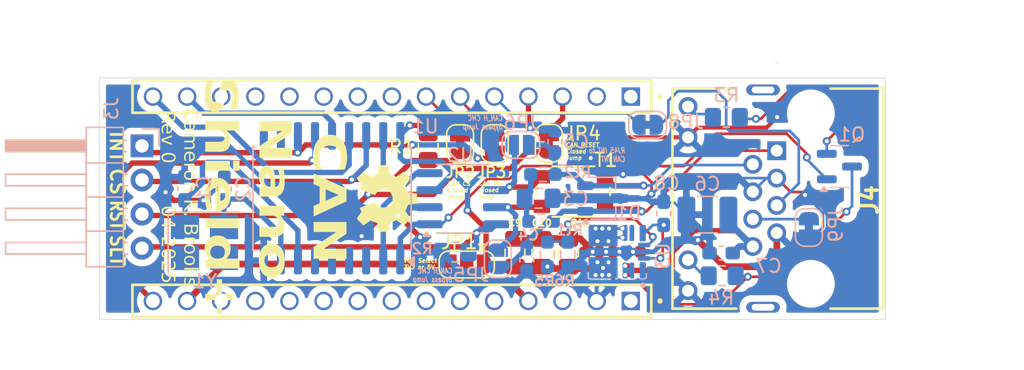
<source format=kicad_pcb>
(kicad_pcb (version 20241229) (generator "pcbnew") (generator_version "9.0")
  (layers (0 "F.Cu" signal) (4 "In1.Cu" signal) (6 "In2.Cu" signal) (2 "B.Cu" signal) (13 "F.Paste" user) (15 "B.Paste" user) (5 "F.SilkS" user "F.Silkscreen") (7 "B.SilkS" user "B.Silkscreen") (1 "F.Mask" user) (3 "B.Mask" user) (25 "Edge.Cuts" user))
  (net 0 "")
  (net 1 "/A0")
  (net 2 "/A2")
  (net 3 "/A4")
  (net 4 "/A3")
  (net 5 "/D6")
  (net 6 "/RST1")
  (net 7 "+3V3")
  (net 8 "/A5")
  (net 9 "Net-(C3-Pad1)")
  (net 10 "/D10")
  (net 11 "/D0")
  (net 12 "/A6")
  (net 13 "/D9")
  (net 14 "/D8")
  (net 15 "/D5")
  (net 16 "GND")
  (net 17 "/A7")
  (net 18 "/RST2")
  (net 19 "/D7")
  (net 20 "/AREF")
  (net 21 "/A1")
  (net 22 "+5V")
  (net 23 "/D1")
  (net 24 "/ESTOP")
  (net 31 "/CAN_CS_DEFAULT")
  (net 32 "/CAN_INT_DEFAULT")
  (net 33 "/CAN_H")
  (net 34 "/CAN_L")
  (net 35 "/OSC2")
  (net 36 "/OSC1")
  (net 37 "/SILENT")
  (net 38 "/CAN_CS")
  (net 39 "/~{CAN_INT}")
  (net 40 "/CAN_RESET")
  (net 41 "/CAN_RX")
  (net 42 "/MISO")
  (net 43 "/SCK")
  (net 44 "/MOSI")
  (net 45 "/CAN_TX")
  (net 46 "/CAN_H_IN")
  (net 47 "/CAN_L_IN")
  (net 49 "/CAN_SHLD")
  (net 50 "/CAN_ESTOP")
  (net 51 "/LED_TX")
  (net 52 "/CAN_V+")
  (net 53 "/LED_PWR")
  (net 54 "Net-(Q1-S)")
  (net 55 "VCC")
  (net 56 "Net-(U3-FB)")
  (net 57 "Net-(U3-SW-Pad5)")
  (net 60 "Net-(U3-RT)")
  (footprint "SparkFun-Aesthetic:OSHW_Logo_5mm" (layer "F.Cu") (at 133 92.3 -90)
    (property "Reference" "Ref**" (hide yes))
    (property "Value" "Val**" (hide yes))
  )
  (footprint "Capacitor_SMD:C_0805_2012Metric_Pad1.18x1.45mm_HandSolder" (layer "F.Cu") (at 142.78 96.33 90)
    (property "Reference" "C9")
    (property "Value" "22u X5R")
  )
  (footprint "Jumper:SolderJumper-3_P1.3mm_Open_RoundedPad1.0x1.5mm" (layer "F.Cu") (at 139.19 97.2125 180)
    (property "Reference" "JP1")
    (property "Value" "VCC_SEL")
  )
  (footprint "Jumper:SolderJumper-2_P1.3mm_Bridged_RoundedPad1.0x1.5mm" (layer "F.Cu") (at 138.7 88.2 -90)
    (property "Reference" "JP2")
    (property "Value" "SolderJumper_2_Bridged" (hide yes))
  )
  (footprint "Jumper:SolderJumper-2_P1.3mm_Bridged_RoundedPad1.0x1.5mm" (layer "F.Cu") (at 141.275 88.2 -90)
    (property "Reference" "JP3")
    (property "Value" "SolderJumper_2_Bridged" (hide yes))
  )
  (footprint "kml-custom:25015504-RJ45" (layer "F.Cu") (at 162.26 88.73 90)
    (property "Reference" "J4")
    (property "Value" "8P8C_LED_Shielded" (hide yes))
  )
  (footprint "kml-custom:SAMTEC_SSQ-115-03-T-S" (layer "F.Cu") (at 133.62 99.93 180)
    (property "Reference" "J2" (hide yes))
    (property "Value" "SSQ-115-03-T-S")
  )
  (footprint "Resistor_SMD:R_0805_2012Metric_Pad1.20x1.40mm_HandSolder" (layer "F.Cu") (at 136.325 88.425 -90)
    (property "Reference" "R1")
    (property "Value" "10k")
  )
  (footprint "Capacitor_SMD:C_0805_2012Metric_Pad1.18x1.45mm_HandSolder" (layer "F.Cu") (at 146.76 96.34 90)
    (property "Reference" "C11")
    (property "Value" "22u X5R")
  )
  (footprint "Jumper:SolderJumper-2_P1.3mm_Bridged_RoundedPad1.0x1.5mm" (layer "F.Cu") (at 145.3 88.175 -90)
    (property "Reference" "JP4")
    (property "Value" "SolderJumper_2_Bridged" (hide yes))
  )
  (footprint "Capacitor_SMD:C_0805_2012Metric_Pad1.18x1.45mm_HandSolder" (layer "F.Cu") (at 144.78 96.34 90)
    (property "Reference" "C10")
    (property "Value" "22u X5R")
  )
  (footprint "kml-custom:SMT_13N002_TDK" (layer "F.Cu") (at 147.1305 91.775)
    (property "Reference" "T1")
    (property "Value" "B82789C0113N002")
  )
  (footprint "kml-custom:SAMTEC_SSQ-115-03-T-S" (layer "F.Cu") (at 133.625 84.7 180)
    (property "Reference" "J1" (hide yes))
    (property "Value" "SSQ-115-03-T-S")
  )
  (footprint "Package_TO_SOT_SMD:SOT-23" (layer "B.Cu") (at 166.925 89.9125)
    (property "Reference" "Q1")
    (property "Value" "AO3401A")
  )
  (footprint "Capacitor_SMD:C_1210_3225Metric_Pad1.33x2.70mm_HandSolder" (layer "B.Cu") (at 157.1 93.5 180)
    (property "Reference" "C6")
    (property "Value" "4.7u X7R")
  )
  (footprint "Crystal:Crystal_SMD_3225-4Pin_3.2x2.5mm_HandSoldering" (layer "B.Cu") (at 119.675 95.575)
    (property "Reference" "Y1")
    (property "Value" "16MHz 9pF")
  )
  (footprint "Capacitor_SMD:C_0603_1608Metric_Pad1.08x0.95mm_HandSolder" (layer "B.Cu") (at 158.125 96.36 180)
    (property "Reference" "C7")
    (property "Value" "100n X7R")
  )
  (footprint "Jumper:SolderJumper-2_P1.3mm_Open_RoundedPad1.0x1.5mm" (layer "B.Cu") (at 143.225 88.3)
    (property "Reference" "JP6")
    (property "Value" "SolderJumper_2_Open" (hide yes))
  )
  (footprint "Resistor_SMD:R_0805_2012Metric_Pad1.20x1.40mm_HandSolder" (layer "B.Cu") (at 158.2 98.05 180)
    (property "Reference" "R4")
    (property "Value" "510R")
  )
  (footprint "Capacitor_SMD:C_0603_1608Metric_Pad1.08x0.95mm_HandSolder" (layer "B.Cu") (at 153.85 93.4 90)
    (property "Reference" "C8")
    (property "Value" "1u X7R")
  )
  (footprint "Jumper:SolderJumper-2_P1.3mm_Bridged_RoundedPad1.0x1.5mm" (layer "B.Cu") (at 152.65 86.8)
    (property "Reference" "JP8")
    (property "Value" "SolderJumper_2_Bridged")
  )
  (footprint "Capacitor_SMD:C_0603_1608Metric_Pad1.08x0.95mm_HandSolder" (layer "B.Cu") (at 143.66 96.86 90)
    (property "Reference" "C4")
    (property "Value" "100p")
  )
  (footprint "Jumper:SolderJumper-2_P1.3mm_Bridged_RoundedPad1.0x1.5mm" (layer "B.Cu") (at 164.65 94.45 90)
    (property "Reference" "JP9")
    (property "Value" "SolderJumper_2_Bridged")
  )
  (footprint "Capacitor_SMD:C_0603_1608Metric_Pad1.08x0.95mm_HandSolder" (layer "B.Cu") (at 121.15 91.575 90)
    (property "Reference" "C2")
    (property "Value" "15p")
  )
  (footprint "Resistor_SMD:R_0603_1608Metric_Pad0.98x0.95mm_HandSolder" (layer "B.Cu") (at 144.8625 90.5)
    (property "Reference" "Rt2")
    (property "Value" "60")
  )
  (footprint "Resistor_SMD:R_0805_2012Metric_Pad1.20x1.40mm_HandSolder" (layer "B.Cu") (at 158.51 86.24 180)
    (property "Reference" "R3")
    (property "Value" "510R")
  )
  (footprint "Jumper:SolderJumper-2_P1.3mm_Open_RoundedPad1.0x1.5mm" (layer "B.Cu") (at 141.51 96.79 -90)
    (property "Reference" "JP5")
    (property "Value" "SolderJumper_2_Open")
  )
  (footprint "Resistor_SMD:R_0603_1608Metric_Pad0.98x0.95mm_HandSolder" (layer "B.Cu") (at 146.71 96.46 -90)
    (property "Reference" "R6")
    (property "Value" "10k")
  )
  (footprint "Package_TO_SOT_SMD:TSOT-23" (layer "B.Cu") (at 149.325 92.2925)
    (property "Reference" "D1")
    (property "Value" "PESD2CANFD24LT-Q")
  )
  (footprint "Capacitor_SMD:C_0603_1608Metric_Pad1.08x0.95mm_HandSolder" (layer "B.Cu") (at 118.2 91.5625 90)
    (property "Reference" "C1")
    (property "Value" "15p")
  )
  (footprint "Package_SO:SOIC-8_3.9x4.9mm_P1.27mm" (layer "B.Cu") (at 138.9 92.31)
    (property "Reference" "U2")
    (property "Value" "TJA1051T-3")
  )
  (footprint "kml-custom:CONV_TLVM23615RDNR" (layer "B.Cu") (at 150.33 96.26 90)
    (property "Reference" "U3")
    (property "Value" "TPSM33625RDNR")
  )
  (footprint "Resistor_SMD:R_0805_2012Metric_Pad1.20x1.40mm_HandSolder" (layer "B.Cu") (at 138.32 96.29 180)
    (property "Reference" "R2")
    (property "Value" "10k")
  )
  (footprint "Connector_PinHeader_2.54mm:PinHeader_1x04_P2.54mm_Horizontal" (layer "B.Cu") (at 115.025 88.375 180)
    (property "Reference" "J3")
    (property "Value" "Conn_01x04_Pin" (hide yes))
  )
  (footprint "Resistor_SMD:R_0603_1608Metric_Pad0.98x0.95mm_HandSolder" (layer "B.Cu") (at 145.19 96.4525 90)
    (property "Reference" "R5")
    (property "Value" "Rfbt")
  )
  (footprint "Capacitor_SMD:C_0805_2012Metric_Pad1.18x1.45mm_HandSolder" (layer "B.Cu") (at 144.5375 92.275)
    (property "Reference" "C3")
    (property "Value" "4.7n")
  )
  (footprint "Resistor_SMD:R_0603_1608Metric_Pad0.98x0.95mm_HandSolder" (layer "B.Cu") (at 144.725 94 180)
    (property "Reference" "Rt1")
    (property "Value" "60")
  )
  (footprint "Package_SO:SOIC-18W_7.5x11.6mm_P1.27mm" (layer "B.Cu") (at 129.17 92.275 90)
    (property "Reference" "U1")
    (property "Value" "MCP2515-xSO")
  )
  (footprint "Capacitor_SMD:C_0603_1608Metric_Pad1.08x0.95mm_HandSolder" (layer "B.Cu") (at 145.75 88.0625 90)
    (property "Reference" "C5")
    (property "Value" "100p")
  )
  (gr_rect (start 111.85 83.3) (end 170.35 101.3) (stroke (width 0.05)) (fill no) (layer "Edge.Cuts"))
  (gr_text "Cameron K. Brooks\nRev 0       04-2025" (at 116.325 92.2 270) (layer "F.SilkS") (effects (font (size 1 1) (thickness 0.125) (italic yes)) (justify bottom)))
  (gr_text "CS" (at 112.6 89.925 270) (layer "F.SilkS") (effects (font (size 1 1) (thickness 0.2) (bold yes)) (justify left bottom)))
  (gr_text "CAN INT\nClosed \nJump" (at 140.01 92.32 0) (layer "F.SilkS") (effects (font (size 0.3 0.3) (thickness 0.075) (bold yes) (italic yes)) (justify left bottom)))
  (gr_text "VCC Select\n3V3 or 5V" (at 134.44 97.58 0) (layer "F.SilkS") (effects (font (size 0.3 0.3) (thickness 0.075) (bold yes) (italic yes)) (justify left bottom)))
  (gr_text "INT" (at 112.575 87.15 270) (layer "F.SilkS") (effects (font (size 1 1) (thickness 0.2) (bold yes)) (justify left bottom)))
  (gr_text "CAN\nNano\nShield+" (at 119.325 92.25 270) (layer "F.SilkS") (effects (font (size 2.4 3) (thickness 0.2) (bold yes)) (justify bottom)))
  (gr_text "RST" (at 112.6 92.315 270) (layer "F.SilkS") (effects (font (size 1 0.8) (thickness 0.2) (bold yes)) (justify left bottom)))
  (gr_text "SLT" (at 112.6 94.9 270) (layer "F.SilkS") (effects (font (size 1 0.9) (thickness 0.2) (bold yes)) (justify left bottom)))
  (gr_text "CAN RESET\nClosed \nJump" (at 146.52 89.44 0) (layer "F.SilkS") (effects (font (size 0.3 0.3) (thickness 0.075) (bold yes) (italic yes)) (justify left bottom)))
  (gr_text "CAN CS\nClosed \nJump" (at 137.73 92.33 0) (layer "F.SilkS") (effects (font (size 0.3 0.3) (thickness 0.075) (bold yes) (italic yes)) (justify left bottom)))
  (gr_text "RJ45 INT to \nCAN INT" (at 151.04 89.6 0) (layer "B.SilkS") (effects (font (size 0.4 0.3) (thickness 0.075) (bold yes) (italic yes)) (justify left bottom mirror)))
  (gr_text "CAN_H CMC \nBypass Jump" (at 141.93 87.18 0) (layer "B.SilkS") (effects (font (size 0.4 0.3) (thickness 0.075) (bold yes) (italic yes)) (justify left bottom mirror)))
  (gr_text "CAN_H CMC \nBypass Jump" (at 138.19 98.56 0) (layer "B.SilkS") (effects (font (size 0.4 0.3) (thickness 0.075) (bold yes) (italic yes)) (justify left bottom mirror)))
  (segment (start 146.325 84.69) (end 146.325 86.325) (width 0.4) (layer "F.Cu") (net 6))
  (segment (start 145.3 87.35) (end 145.3 87.525) (width 0.4) (layer "F.Cu") (net 6))
  (segment (start 146.325 86.325) (end 145.3 87.35) (width 0.4) (layer "F.Cu") (net 6))
  (segment (start 137.89 97.2125) (end 137.8525 97.175) (width 0.5) (layer "F.Cu") (net 7))
  (segment (start 121.135 97.175) (end 118.38 99.93) (width 0.5) (layer "F.Cu") (net 7))
  (segment (start 137.8525 97.175) (end 121.135 97.175) (width 0.5) (layer "F.Cu") (net 7))
  (segment (start 143.65 92.425) (end 143.5 92.275) (width 0.4) (layer "B.Cu") (net 9))
  (segment (start 144.125 90.325) (end 143.95 90.5) (width 0.4) (layer "B.Cu") (net 9))
  (segment (start 143.95 91.825) (end 143.5 92.275) (width 0.4) (layer "B.Cu") (net 9))
  (segment (start 143.8125 94) (end 143.65 93.8375) (width 0.4) (layer "B.Cu") (net 9))
  (segment (start 143.95 90.5) (end 143.95 91.825) (width 0.4) (layer "B.Cu") (net 9))
  (segment (start 143.65 93.8375) (end 143.65 92.425) (width 0.4) (layer "B.Cu") (net 9))
  (segment (start 149.9687 87.73) (end 148.42 89.2787) (width 0.3) (layer "F.Cu") (net 16))
  (segment (start 143.785 84.7) (end 143.785 86.910653) (width 0.4) (layer "F.Cu") (net 16))
  (segment (start 152.951 91.923355) (end 152.931303 91.943052) (width 0.2) (layer "F.Cu") (net 16))
  (segment (start 158.375 97.375) (end 161.125 97.375) (width 0.5) (layer "F.Cu") (net 16))
  (segment (start 163.3 91.81) (end 162.26 90.77) (width 0.2) (layer "F.Cu") (net 16))
  (segment (start 117.39 92.43) (end 116.78 91.82) (width 0.4) (layer "F.Cu") (net 16))
  (segment (start 150.825 90.4787) (end 152.348643 90.4787) (width 0.2) (layer "F.Cu") (net 16))
  (segment (start 161.509 87.011) (end 162.29 86.23) (width 0.3) (layer "F.Cu") (net 16))
  (segment (start 161.125 97.375) (end 162.26 96.24) (width 0.5) (layer "F.Cu") (net 16))
  (segment (start 147.625 95.275) (end 145.5375 95.275) (width 0.5) (layer "F.Cu") (net 16))
  (segment (start 155.66 87.73) (end 156.379 87.011) (width 0.3) (layer "F.Cu") (net 16))
  (segment (start 156.392831 95.392831) (end 158.375 97.375) (width 0.5) (layer "F.Cu") (net 16))
  (segment (start 156.379 87.011) (end 161.509 87.011) (width 0.3) (layer "F.Cu") (net 16))
  (segment (start 162.26 96.24) (end 162.26 94.85) (width 0.5) (layer "F.Cu") (net 16))
  (segment (start 148.56 96.26) (end 148.56 96.21) (width 0.5) (layer "F.Cu") (net 16))
  (segment (start 164.37 92.03) (end 164.15 91.81) (width 0.2) (layer "F.Cu") (net 16))
  (segment (start 164.15 91.81) (end 163.3 91.81) (width 0.2) (layer "F.Cu") (net 16))
  (segment (start 145.5375 95.275) (end 145.525 95.2625) (width 0.5) (layer "F.Cu") (net 16))
  (segment (start 152.348643 90.4787) (end 152.951 91.081057) (width 0.2) (layer "F.Cu") (net 16))
  (segment (start 148.56 96.21) (end 147.625 95.275) (width 0.5) (layer "F.Cu") (net 16))
  (segment (start 135.725 95.175) (end 134.125 93.575) (width 0.4) (layer "F.Cu") (net 16))
  (segment (start 155.66 87.73) (end 149.9687 87.73) (width 0.3) (layer "F.Cu") (net 16))
  (segment (start 152.951 91.081057) (end 152.951 91.923355) (width 0.2) (layer "F.Cu") (net 16))
  (segment (start 143.785 86.910653) (end 143.919347 87.045) (width 0.4) (layer "F.Cu") (net 16))
  (segment (start 132.9 93.575) (end 134.125 93.575) (width 0.4) (layer "F.Cu") (net 16))
  (segment (start 131.375 95.1) (end 132.9 93.575) (width 0.4) (layer "F.Cu") (net 16))
  (segment (start 145.525 95.2625) (end 142.81 95.2625) (width 0.5) (layer "F.Cu") (net 16))
  (segment (start 119.59 92.43) (end 117.39 92.43) (width 0.4) (layer "F.Cu") (net 16))
  (segment (start 142.81 95.2625) (end 142.78 95.2925) (width 0.5) (layer "F.Cu") (net 16))
  (via (at 131.375 95.1) (size 0.6) (drill 0.3) (layers "F.Cu" "B.Cu") (net 16))
  (via (at 135.725 95.175) (size 0.6) (drill 0.3) (layers "F.Cu" "B.Cu") (net 16))
  (via (at 143.919347 87.045) (size 0.6) (drill 0.3) (layers "F.Cu" "B.Cu") (net 16))
  (via (at 152.931303 91.943052) (size 0.6) (drill 0.3) (layers "F.Cu" "B.Cu") (net 16))
  (via (at 148.42 89.2787) (size 0.6) (drill 0.3) (layers "F.Cu" "B.Cu") (net 16))
  (via (at 119.59 92.43) (size 0.6) (drill 0.3) (layers "F.Cu" "B.Cu") (net 16))
  (via (at 150.825 90.4787) (size 0.6) (drill 0.3) (layers "F.Cu" "B.Cu") (net 16))
  (via (at 162.29 86.23) (size 0.6) (drill 0.3) (layers "F.Cu" "B.Cu") (net 16))
  (via (at 156.392831 95.392831) (size 0.6) (drill 0.3) (layers "F.Cu" "B.Cu") (net 16))
  (via (at 134.125 93.575) (size 0.6) (drill 0.3) (layers "F.Cu" "B.Cu") (net 16))
  (via (at 116.78 91.82) (size 0.6) (drill 0.3) (layers "F.Cu" "B.Cu") (net 16))
  (via (at 164.37 92.03) (size 0.6) (drill 0.3) (layers "F.Cu" "B.Cu") (net 16))
  (segment (start 157.2625 95.225) (end 155.5375 93.5) (width 0.4) (layer "B.Cu") (net 16))
  (segment (start 157.2625 96.36) (end 157.2625 95.225) (width 0.4) (layer "B.Cu") (net 16))
  (segment (start 144.3775 98.44) (end 143.66 97.7225) (width 0.5) (layer "B.Cu") (net 16))
  (segment (start 153.12 96.26) (end 154.03 95.35) (width 0.35) (layer "B.Cu") (net 16))
  (segment (start 145.6425 98.44) (end 144.3775 98.44) (width 0.5) (layer "B.Cu") (net 16))
  (segment (start 146.71 97.3725) (end 147.1175 97.3725) (width 0.5) (layer "B.Cu") (net 16))
  (segment (start 153.016923 91.943052) (end 154.189975 90.77) (width 0.2) (layer "B.Cu") (net 16))
  (segment (start 134.755 92.945) (end 134.125 93.575) (width 0.4) (layer "B.Cu") (net 16))
  (segment (start 154.03 95.35) (end 154.375 95.35) (width 0.35) (layer "B.Cu") (net 16))
  (segment (start 148.23 96.26) (end 148.56 96.26) (width 0.5) (layer "B.Cu") (net 16))
  (segment (start 152.56438 92.309975) (end 150.652475 92.309975) (width 0.4) (layer "B.Cu") (net 16))
  (segment (start 150.635 92.2925) (end 150.6425 92.3) (width 0.8) (layer "B.Cu") (net 16))
  (segment (start 155.16 98.66) (end 155.66 99.16) (width 0.3) (layer "B.Cu") (net 16))
  (segment (start 142.9325 98.45) (end 139.48 98.45) (width 0.5) (layer "B.Cu") (net 16))
  (segment (start 150.652475 92.309975) (end 150.635 92.2925) (width 0.4) (layer "B.Cu") (net 16))
  (segment (start 145.575 92.275) (end 146.925 92.275) (width 0.75) (layer "B.Cu") (net 16))
  (segment (start 164.65 95.099999) (end 165.032754 95.099999) (width 0.2) (layer "B.Cu") (net 16))
  (segment (start 154.189975 90.77) (end 162.26 90.77) (width 0.2) (layer "B.Cu") (net 16))
  (segment (start 165.706 93.366) (end 164.37 92.03) (width 0.2) (layer "B.Cu") (net 16))
  (segment (start 148.86 98.83) (end 149.03 98.66) (width 0.3) (layer "B.Cu") (net 16))
  (segment (start 146.925 92.275) (end 150.6175 92.275) (width 0.75) (layer "B.Cu") (net 16))
  (segment (start 152.63 96.26) (end 153.12 96.26) (width 0.35) (layer "B.Cu") (net 16))
  (segment (start 136.425 92.945) (end 134.755 92.945) (width 0.4) (layer "B.Cu") (net 16))
  (segment (start 160.48 91.79) (end 161.5 90.77) (width 0.2) (layer "B.Cu") (net 16))
  (segment (start 165.032754 95.099999) (end 165.706 94.426753) (width 0.2) (layer "B.Cu") (net 16))
  (segment (start 143.919347 87.045) (end 145.595 87.045) (width 0.4) (layer "B.Cu") (net 16))
  (segment (start 145.595 87.045) (end 145.75 87.2) (width 0.4) (layer "B.Cu") (net 16))
  (segment (start 152.62 96.25) (end 152.63 96.26) (width 0.2) (layer "B.Cu") (net 16))
  (segment (start 152.931303 91.943052) (end 153.016923 91.943052) (width 0.2) (layer "B.Cu") (net 16))
  (segment (start 154.375 95.35) (end 155.375 95.35) (width 0.5) (layer "B.Cu") (net 16))
  (segment (start 161.5 90.77) (end 162.26 90.77) (width 0.2) (layer "B.Cu") (net 16))
  (segment (start 143.66 97.7225) (end 142.9325 98.45) (width 0.5) (layer "B.Cu") (net 16))
  (segment (start 165.706 94.426753) (end 165.706 93.366) (width 0.2) (layer "B.Cu") (net 16))
  (segment (start 146.71 97.3725) (end 145.6425 98.44) (width 0.5) (layer "B.Cu") (net 16))
  (segment (start 121.15 90.7125) (end 121.15 90.87) (width 0.4) (layer "B.Cu") (net 16))
  (segment (start 121.15 90.87) (end 119.59 92.43) (width 0.4) (layer "B.Cu") (net 16))
  (segment (start 155.375 93.475) (end 155.375 95.35) (width 0.5) (layer "B.Cu") (net 16))
  (segment (start 139.48 98.45) (end 137.32 96.29) (width 0.5) (layer "B.Cu") (net 16))
  (segment (start 153.85 92.6) (end 154.6375 92.6) (width 0.2) (layer "B.Cu") (net 16))
  (segment (start 147.1175 97.3725) (end 148.23 96.26) (width 0.5) (layer "B.Cu") (net 16))
  (segment (start 155.31 88.08) (end 155.66 87.73) (width 0.3) (layer "B.Cu") (net 16))
  (segment (start 156.392831 95.392831) (end 156.35 95.35) (width 0.5) (layer "B.Cu") (net 16))
  (segment (start 149.03 98.66) (end 155.16 98.66) (width 0.3) (layer "B.Cu") (net 16))
  (segment (start 148.86 99.93) (end 148.86 98.83) (width 0.3) (layer "B.Cu") (net 16))
  (segment (start 156.35 95.35) (end 155.375 95.35) (width 0.5) (layer "B.Cu") (net 16))
  (segment (start 152.931303 91.943052) (end 152.56438 92.309975) (width 0.4) (layer "B.Cu") (net 16))
  (segment (start 154.6375 92.6) (end 155.5375 93.5) (width 0.2) (layer "B.Cu") (net 16))
  (segment (start 142.2685 98.4185) (end 142.275 98.425) (width 0.5) (layer "F.Cu") (net 22))
  (segment (start 139.19 97.857384) (end 139.751116 98.4185) (width 0.5) (layer "F.Cu") (net 22))
  (segment (start 139.19 97.2125) (end 139.19 97.857384) (width 0.5) (layer "F.Cu") (net 22))
  (segment (start 139.751116 98.4185) (end 142.2685 98.4185) (width 0.5) (layer "F.Cu") (net 22))
  (segment (start 142.275 98.425) (end 143.78 99.93) (width 0.5) (layer "F.Cu") (net 22))
  (segment (start 143.755 99.93) (end 143.785 99.93) (width 0.4) (layer "F.Cu") (net 22))
  (segment (start 141.275 84.72) (end 141.245 84.69) (width 0.4) (layer "F.Cu") (net 24))
  (segment (start 142.505 85.96) (end 141.245 84.7) (width 0.2) (layer "B.Cu") (net 24))
  (segment (start 152 86.8) (end 151.16 85.96) (width 0.2) (layer "B.Cu") (net 24))
  (segment (start 141.275 84.72) (end 141.245 84.69) (width 0.4) (layer "B.Cu") (net 24))
  (segment (start 151.16 85.96) (end 142.505 85.96) (width 0.2) (layer "B.Cu") (net 24))
  (segment (start 136.165 84.7) (end 138.7 87.235) (width 0.2) (layer "F.Cu") (net 31))
  (segment (start 138.7 87.55) (end 138.75 87.5) (width 0.4) (layer "F.Cu") (net 31))
  (segment (start 138.7 87.235) (end 138.7 87.55) (width 0.2) (layer "F.Cu") (net 31))
  (segment (start 141.245 87.27) (end 141.275 87.3) (width 0.4) (layer "F.Cu") (net 32))
  (segment (start 141.275 87.55) (end 138.705 84.98) (width 0.2) (layer "F.Cu") (net 32))
  (segment (start 138.75 84.735) (end 138.705 84.69) (width 0.4) (layer "F.Cu") (net 32))
  (segment (start 138.705 84.98) (end 138.705 84.7) (width 0.2) (layer "F.Cu") (net 32))
  (segment (start 152.534918 93.275) (end 157.079918 88.73) (width 0.2) (layer "F.Cu") (net 33))
  (segment (start 152.225 93.275) (end 152.534918 93.275) (width 0.2) (layer "F.Cu") (net 33))
  (segment (start 152.18 93.26) (end 151.995 93.075) (width 0.4) (layer "F.Cu") (net 33))
  (segment (start 152.21 93.26) (end 152.225 93.275) (width 0.2) (layer "F.Cu") (net 33))
  (segment (start 149.68 93.075) (end 149.48 92.875) (width 0.4) (layer "F.Cu") (net 33))
  (segment (start 152.21 93.26) (end 152.18 93.26) (width 0.4) (layer "F.Cu") (net 33))
  (segment (start 157.079918 88.73) (end 162.26 88.73) (width 0.2) (layer "F.Cu") (net 33))
  (segment (start 151.995 93.075) (end 149.68 93.075) (width 0.4) (layer "F.Cu") (net 33))
  (via (at 152.21 93.26) (size 0.6) (drill 0.3) (layers "F.Cu" "B.Cu") (net 33))
  (segment (start 150.675 93.2425) (end 152.215 93.2425) (width 0.4) (layer "B.Cu") (net 33))
  (segment (start 143.66 95.55) (end 143.66 95.9975) (width 0.4) (layer "B.Cu") (net 33))
  (segment (start 148.015 93.2425) (end 150.675 93.2425) (width 0.4) (layer "B.Cu") (net 33))
  (segment (start 145.6375 93.9625) (end 146.3575 93.2425) (width 0.4) (layer "B.Cu") (net 33))
  (segment (start 145.21 94) (end 143.66 95.55) (width 0.4) (layer "B.Cu") (net 33))
  (segment (start 142.2175 97.44) (end 141.51 97.44) (width 0.4) (layer "B.Cu") (net 33))
  (segment (start 146.3575 93.2425) (end 148.015 93.2425) (width 0.4) (layer "B.Cu") (net 33))
  (segment (start 143.66 95.9975) (end 142.2175 97.44) (width 0.4) (layer "B.Cu") (net 33))
  (segment (start 145.6375 94) (end 145.21 94) (width 0.4) (layer "B.Cu") (net 33))
  (segment (start 145.6375 94) (end 145.6375 93.9625) (width 0.4) (layer "B.Cu") (net 33))
  (segment (start 152.33 91.35) (end 150.155 91.35) (width 0.4) (layer "F.Cu") (net 34))
  (segment (start 152.35 91.33) (end 152.33 91.35) (width 0.4) (layer "F.Cu") (net 34))
  (segment (start 150.155 91.35) (end 149.48 90.675) (width 0.4) (layer "F.Cu") (net 34))
  (via (at 152.35 91.33) (size 0.6) (drill 0.3) (layers "F.Cu" "B.Cu") (net 34))
  (segment (start 148.015 91.3425) (end 152.3825 91.3425) (width 0.4) (layer "B.Cu") (net 34))
  (segment (start 148.015 91.3425) (end 147.1725 90.5) (width 0.4) (layer "B.Cu") (net 34))
  (segment (start 145.775 88.95) (end 145.775 90.5) (width 0.4) (layer "B.Cu") (net 34))
  (segment (start 154.475 89.8) (end 152.945 91.33) (width 0.2) (layer "B.Cu") (net 34))
  (segment (start 160.43 89.8) (end 154.475 89.8) (width 0.2) (layer "B.Cu") (net 34))
  (segment (start 160.48 89.75) (end 160.43 89.8) (width 0.2) (layer "B.Cu") (net 34))
  (segment (start 145.125 88.3) (end 145.775 88.95) (width 0.4) (layer "B.Cu") (net 34))
  (segment (start 152.945 91.33) (end 152.35 91.33) (width 0.2) (layer "B.Cu") (net 34))
  (segment (start 147.1725 90.5) (end 145.775 90.5) (width 0.4) (layer "B.Cu") (net 34))
  (segment (start 143.875 88.3) (end 145.125 88.3) (width 0.4) (layer "B.Cu") (net 34))
  (segment (start 119.525 91.125) (end 118.225 92.425) (width 0.4) (layer "B.Cu") (net 35))
  (segment (start 126.63 96.925) (end 126.63 94.68) (width 0.4) (layer "B.Cu") (net 35))
  (segment (start 119.525 89.975) (end 119.525 91.125) (width 0.4) (layer "B.Cu") (net 35))
  (segment (start 118.2 92.3625) (end 118.2125 92.3625) (width 0.4) (layer "B.Cu") (net 35))
  (segment (start 118.225 92.3875) (end 118.2 92.3625) (width 0.4) (layer "B.Cu") (net 35))
  (segment (start 118.225 94.425) (end 118.225 92.3875) (width 0.4) (layer "B.Cu") (net 35))
  (segment (start 121.55 89.6) (end 119.9 89.6) (width 0.4) (layer "B.Cu") (net 35))
  (segment (start 119.9 89.6) (end 119.525 89.975) (width 0.4) (layer "B.Cu") (net 35))
  (segment (start 118.225 92.425) (end 118.2 92.425) (width 0.4) (layer "B.Cu") (net 35))
  (segment (start 126.63 94.68) (end 121.55 89.6) (width 0.4) (layer "B.Cu") (net 35))
  (segment (start 121.125 94.425) (end 121.125 92.5375) (width 0.4) (layer "B.Cu") (net 36))
  (segment (start 122.7125 92.3375) (end 125.36 94.985) (width 0.4) (layer "B.Cu") (net 36))
  (segment (start 121.325 92.3375) (end 122.7125 92.3375) (width 0.4) (layer "B.Cu") (net 36))
  (segment (start 125.36 94.985) (end 125.36 96.925) (width 0.4) (layer "B.Cu") (net 36))
  (segment (start 121.125 92.5375) (end 121.325 92.3375) (width 0.4) (layer "B.Cu") (net 36))
  (segment (start 115.12 95.9) (end 115.025 95.995) (width 0.4) (layer "F.Cu") (net 37))
  (segment (start 139.925 94.875) (end 138.9 95.9) (width 0.4) (layer "F.Cu") (net 37))
  (segment (start 138.9 95.9) (end 115.12 95.9) (width 0.4) (layer "F.Cu") (net 37))
  (via (at 139.925 94.875) (size 0.6) (drill 0.3) (layers "F.Cu" "B.Cu") (net 37))
  (segment (start 139.66 96.29) (end 139.32 96.29) (width 0.4) (layer "B.Cu") (net 37))
  (segment (start 140.21 94.59) (end 141 94.59) (width 0.4) (layer "B.Cu") (net 37))
  (segment (start 141 94.59) (end 141.375 94.215) (width 0.4) (layer "B.Cu") (net 37))
  (segment (start 139.925 94.875) (end 140.21 94.59) (width 0.4) (layer "B.Cu") (net 37))
  (segment (start 139.925 94.875) (end 139.925 96.025) (width 0.4) (layer "B.Cu") (net 37))
  (segment (start 139.925 96.025) (end 139.66 96.29) (width 0.4) (layer "B.Cu") (net 37))
  (segment (start 135.1625 89.4625) (end 138.0875 89.4625) (width 0.4) (layer "F.Cu") (net 38))
  (segment (start 115.025 90.915) (end 115.13 91.02) (width 0.4) (layer "F.Cu") (net 38))
  (segment (start 138.0875 89.4625) (end 138.75 88.8) (width 0.4) (layer "F.Cu") (net 38))
  (segment (start 115.13 91.02) (end 130.505 91.02) (width 0.4) (layer "F.Cu") (net 38))
  (segment (start 130.65 90.875) (end 133.75 90.875) (width 0.4) (layer "F.Cu") (net 38))
  (segment (start 130.505 91.02) (end 130.65 90.875) (width 0.4) (layer "F.Cu") (net 38))
  (segment (start 133.75 90.875) (end 135.1625 89.4625) (width 0.4) (layer "F.Cu") (net 38))
  (via (at 130.65 90.875) (size 0.6) (drill 0.3) (layers "F.Cu" "B.Cu") (net 38))
  (segment (start 130.65 90.875) (end 131.71 89.815) (width 0.4) (layer "B.Cu") (net 38))
  (segment (start 131.71 89.815) (end 131.71 87.625) (width 0.4) (layer "B.Cu") (net 38))
  (segment (start 115.525 88.875) (end 115.025 88.375) (width 0.4) (layer "F.Cu") (net 39))
  (segment (start 126.61 88.875) (end 115.525 88.875) (width 0.4) (layer "F.Cu") (net 39))
  (segment (start 140 89.3) (end 140.825 89.3) (width 0.4) (layer "F.Cu") (net 39))
  (segment (start 126.61 88.875) (end 126.65 88.875) (width 0.4) (layer "F.Cu") (net 39))
  (segment (start 126.65 88.875) (end 127.225 88.3) (width 0.4) (layer "F.Cu") (net 39))
  (segment (start 127.225 88.3) (end 135.15 88.3) (width 0.4) (layer "F.Cu") (net 39))
  (segment (start 140.825 89.3) (end 141.275 88.85) (width 0.4) (layer "F.Cu") (net 39))
  (via (at 140 89.3) (size 0.6) (drill 0.3) (layers "F.Cu" "B.Cu") (net 39))
  (via (at 126.61 88.875) (size 0.6) (drill 0.3) (layers "F.Cu" "B.Cu") (net 39))
  (via (at 135.15 88.3) (size 0.6) (drill 0.3) (layers "F.Cu" "B.Cu") (net 39))
  (segment (start 140 89.3) (end 139 88.3) (width 0.4) (layer "B.Cu") (net 39))
  (segment (start 139 88.3) (end 135.15 88.3) (width 0.4) (layer "B.Cu") (net 39))
  (segment (start 126.63 88.855) (end 126.63 87.625) (width 0.4) (layer "B.Cu") (net 39))
  (segment (start 126.61 88.875) (end 126.63 88.855) (width 0.4) (layer "B.Cu") (net 39))
  (segment (start 138.6365 90.0635) (end 136.7125 91.9875) (width 0.4) (layer "F.Cu") (net 40))
  (segment (start 142.4365 90.0635) (end 138.6365 90.0635) (width 0.4) (layer "F.Cu") (net 40))
  (segment (start 115.13 93.56) (end 115.025 93.455) (width 0.4) (layer "F.Cu") (net 40))
  (segment (start 143.675 88.825) (end 142.4365 90.0635) (width 0.4) (layer "F.Cu") (net 40))
  (segment (start 131.8625 91.9875) (end 130.29 93.56) (width 0.4) (layer "F.Cu") (net 40))
  (segment (start 145.3 88.825) (end 143.675 88.825) (width 0.4) (layer "F.Cu") (net 40))
  (segment (start 130.29 93.56) (end 115.13 93.56) (width 0.4) (layer "F.Cu") (net 40))
  (segment (start 136.7125 91.9875) (end 131.8625 91.9875) (width 0.4) (layer "F.Cu") (net 40))
  (via (at 131.8625 91.9875) (size 0.6) (drill 0.3) (layers "F.Cu" "B.Cu") (net 40))
  (segment (start 131.8625 91.9875) (end 132.98 90.87) (width 0.4) (layer "B.Cu") (net 40))
  (segment (start 132.98 90.87) (end 132.98 87.625) (width 0.4) (layer "B.Cu") (net 40))
  (segment (start 132.98 92.875001) (end 135.450001 90.405) (width 0.4) (layer "B.Cu") (net 41))
  (segment (start 132.98 96.925) (end 132.98 92.875001) (width 0.4) (layer "B.Cu") (net 41))
  (segment (start 135.450001 90.405) (end 136.425 90.405) (width 0.4) (layer "B.Cu") (net 41))
  (segment (start 115.845 84.72) (end 118.1 86.975) (width 0.4) (layer "B.Cu") (net 42))
  (segment (start 124.725 90.35) (end 129.875 90.35) (width 0.4) (layer "B.Cu") (net 42))
  (segment (start 115.845 84.69) (end 115.845 84.72) (width 0.4) (layer "B.Cu") (net 42))
  (segment (start 129.875 90.35) (end 130.44 89.785) (width 0.4) (layer "B.Cu") (net 42))
  (segment (start 130.44 89.785) (end 130.44 87.625) (width 0.4) (layer "B.Cu") (net 42))
  (segment (start 121.35 86.975) (end 124.725 90.35) (width 0.4) (layer "B.Cu") (net 42))
  (segment (start 118.1 86.975) (end 121.35 86.975) (width 0.4) (layer "B.Cu") (net 42))
  (segment (start 127.7 89.45) (end 127.5 89.65) (width 0.4) (layer "F.Cu") (net 43))
  (segment (start 113.475 97.56) (end 115.845 99.93) (width 0.4) (layer "F.Cu") (net 43))
  (segment (start 114.3 89.65) (end 113.475 90.475) (width 0.4) (layer "F.Cu") (net 43))
  (segment (start 113.475 90.475) (end 113.475 97.56) (width 0.4) (layer "F.Cu") (net 43))
  (segment (start 127.5 89.65) (end 114.3 89.65) (width 0.4) (layer "F.Cu") (net 43))
  (via (at 127.7 89.45) (size 0.6) (drill 0.3) (layers "F.Cu" "B.Cu") (net 43))
  (segment (start 127.9 89.25) (end 127.9 87.625) (width 0.4) (layer "B.Cu") (net 43))
  (segment (start 127.7 89.45) (end 127.9 89.25) (width 0.4) (layer "B.Cu") (net 43))
  (segment (start 119.635 85.94) (end 118.385 84.69) (width 0.4) (layer "B.Cu") (net 44))
  (segment (start 128.509999 85.94) (end 119.635 85.94) (width 0.4) (layer "B.Cu") (net 44))
  (segment (start 129.17 86.600001) (end 128.509999 85.94) (width 0.4) (layer "B.Cu") (net 44))
  (segment (start 129.17 87.625) (end 129.17 86.600001) (width 0.4) (layer "B.Cu") (net 44))
  (segment (start 164.501 89.23) (end 164.501 88.969) (width 0.2) (layer "F.Cu") (net 45))
  (segment (start 163.002 87.47) (end 157.755 87.47) (width 0.2) (layer "F.Cu") (net 45))
  (segment (start 155.3463 89.8787) (end 143.32982 89.8787) (width 0.2) (layer "F.Cu") (net 45))
  (segment (start 140.7135 90.8365) (end 137.8375 93.7125) (width 0.2) (layer "F.Cu") (net 45))
  (segment (start 164.501 88.969) (end 163.002 87.47) (width 0.2) (layer "F.Cu") (net 45))
  (segment (start 142.37202 90.8365) (end 140.7135 90.8365) (width 0.2) (layer "F.Cu") (net 45))
  (segment (start 143.32982 89.8787) (end 142.37202 90.8365) (width 0.2) (layer "F.Cu") (net 45))
  (segment (start 157.755 87.47) (end 155.3463 89.8787) (width 0.2) (layer "F.Cu") (net 45))
  (via (at 137.8375 93.7125) (size 0.6) (drill 0.3) (layers "F.Cu" "B.Cu") (net 45))
  (via (at 164.501 89.23) (size 0.6) (drill 0.3) (layers "F.Cu" "B.Cu") (net 45))
  (segment (start 164.501 89.376) (end 164.501 89.23) (width 0.2) (layer "B.Cu") (net 45))
  (segment (start 137.8375 93.7125) (end 137.335 94.215) (width 0.2) (layer "B.Cu") (net 45))
  (segment (start 165.9875 90.8625) (end 164.501 89.376) (width 0.2) (layer "B.Cu") (net 45))
  (segment (start 135.285 94.215) (end 136.425 94.215) (width 0.4) (layer "B.Cu") (net 45))
  (segment (start 137.335 94.215) (end 136.425 94.215) (width 0.2) (layer "B.Cu") (net 45))
  (segment (start 134.25 96.925) (end 134.25 95.25) (width 0.4) (layer "B.Cu") (net 45))
  (segment (start 134.25 95.25) (end 135.285 94.215) (width 0.4) (layer "B.Cu") (net 45))
  (segment (start 142.245 92.945) (end 144.711 92.945) (width 0.4) (layer "F.Cu") (net 46))
  (segment (start 144.711 92.945) (end 144.781 92.875) (width 0.4) (layer "F.Cu") (net 46))
  (via (at 142.245 92.945) (size 0.6) (drill 0.3) (layers "F.Cu" "B.Cu") (net 46))
  (segment (start 142.245 92.945) (end 142.825 93.525) (width 0.4) (layer "B.Cu") (net 46))
  (segment (start 142.825 94.9) (end 142.375 95.35) (width 0.4) (layer "B.Cu") (net 46))
  (segment (start 142.825 93.525) (end 142.825 94.9) (width 0.4) (layer "B.Cu") (net 46))
  (segment (start 142.3 95.35) (end 141.51 96.14) (width 0.4) (layer "B.Cu") (net 46))
  (segment (start 142.245 92.945) (end 141.375 92.945) (width 0.4) (layer "B.Cu") (net 46))
  (segment (start 142.375 95.35) (end 142.3 95.35) (width 0.4) (layer "B.Cu") (net 46))
  (segment (start 144.0185 91.4375) (end 144.781 90.675) (width 0.4) (layer "F.Cu") (net 47))
  (segment (start 142.3625 91.4375) (end 144.0185 91.4375) (width 0.4) (layer "F.Cu") (net 47))
  (via (at 142.3625 91.4375) (size 0.6) (drill 0.3) (layers "F.Cu" "B.Cu") (net 47))
  (segment (start 142.751 88.476) (end 142.575 88.3) (width 0.4) (layer "B.Cu") (net 47))
  (segment (start 142.3625 91.4375) (end 142.125 91.675) (width 0.4) (layer "B.Cu") (net 47))
  (segment (start 142.125 91.675) (end 141.375 91.675) (width 0.4) (layer "B.Cu") (net 47))
  (segment (start 142.751 91.049) (end 142.751 88.476) (width 0.4) (layer "B.Cu") (net 47))
  (segment (start 142.3625 91.4375) (end 142.751 91.049) (width 0.4) (layer "B.Cu") (net 47))
  (segment (start 160.48 93.83) (end 164.620001 93.83) (width 0.2) (layer "B.Cu") (net 49))
  (segment (start 164.620001 93.83) (end 164.65 93.800001) (width 0.2) (layer "B.Cu") (net 49))
  (segment (start 157.8 84.3) (end 154.9 84.3) (width 0.2) (layer "B.Cu") (net 50))
  (segment (start 153.6 86.8) (end 153.3 86.8) (width 0.2) (layer "B.Cu") (net 50))
  (segment (start 154.2 86.2) (end 153.6 86.8) (width 0.2) (layer "B.Cu") (net 50))
  (segment (start 163.901 87.9339) (end 163.2271 87.26) (width 0.2) (layer "B.Cu") (net 50))
  (segment (start 158.5 87.03) (end 158.5 85) (width 0.2) (layer "B.Cu") (net 50))
  (segment (start 154.9 84.3) (end 154.2 85) (width 0.2) (layer "B.Cu") (net 50))
  (segment (start 154.2 85) (end 154.2 86.2) (width 0.2) (layer "B.Cu") (net 50))
  (segment (start 162.26 92.81) (end 163.901 91.169) (width 0.2) (layer "B.Cu") (net 50))
  (segment (start 158.73 87.26) (end 158.5 87.03) (width 0.2) (layer "B.Cu") (net 50))
  (segment (start 163.901 91.169) (end 163.901 87.9339) (width 0.2) (layer "B.Cu") (net 50))
  (segment (start 163.2271 87.26) (end 158.73 87.26) (width 0.2) (layer "B.Cu") (net 50))
  (segment (start 158.5 85) (end 157.8 84.3) (width 0.2) (layer "B.Cu") (net 50))
  (segment (start 157.5 86) (end 156.22 86) (width 0.2) (layer "B.Cu") (net 51))
  (segment (start 156.22 86) (end 155.66 85.44) (width 0.2) (layer "B.Cu") (net 51))
  (segment (start 150.98 97.31) (end 151.160001 97.31) (width 0.4) (layer "F.Cu") (net 52))
  (segment (start 151.161 97.949) (end 150.98 97.949) (width 0.4) (layer "F.Cu") (net 52))
  (segment (start 154.475 97.35) (end 154.475 96.319298) (width 0.4) (layer "F.Cu") (net 52))
  (segment (start 151.500001 97.65) (end 154.175 97.65) (width 0.4) (layer "F.Cu") (net 52))
  (segment (start 151.160001 97.31) (end 151.500001 97.65) (width 0.4) (layer "F.Cu") (net 52))
  (segment (start 154.475 96.319298) (end 156.102467 94.691831) (width 0.4) (layer "F.Cu") (net 52))
  (segment (start 156.102467 94.691831) (end 159.301831 94.691831) (width 0.4) (layer "F.Cu") (net 52))
  (segment (start 151.500001 97.65) (end 151.46 97.65) (width 0.4) (layer "F.Cu") (net 52))
  (segment (start 151.46 97.65) (end 151.161 97.949) (width 0.4) (layer "F.Cu") (net 52))
  (segment (start 159.301831 94.691831) (end 160.48 95.87) (width 0.4) (layer "F.Cu") (net 52))
  (segment (start 154.175 97.65) (end 154.475 97.35) (width 0.4) (layer "F.Cu") (net 52))
  (segment (start 160.48 95.87) (end 159.4775 95.87) (width 0.5) (layer "B.Cu") (net 52))
  (segment (start 158.5 93.89) (end 158.5 93.475) (width 0.5) (layer "B.Cu") (net 52))
  (segment (start 159.4775 95.87) (end 158.9875 96.36) (width 0.5) (layer "B.Cu") (net 52))
  (segment (start 160.48 95.87) (end 158.5 93.89) (width 0.5) (layer "B.Cu") (net 52))
  (segment (start 150.98 97.66) (end 151.48 97.66) (width 0.4) (layer "B.Cu") (net 52))
  (segment (start 155.66 96.87) (end 156.81 98.02) (width 0.2) (layer "B.Cu") (net 53))
  (segment (start 165.597775 84.024) (end 163.402338 84.024) (width 0.2) (layer "F.Cu") (net 54))
  (segment (start 166.726 85.152225) (end 165.597775 84.024) (width 0.2) (layer "F.Cu") (net 54))
  (segment (start 161.066338 86.36) (end 160.71 86.36) (width 0.2) (layer "F.Cu") (net 54))
  (segment (start 166.726 87.274) (end 166.726 85.152225) (width 0.2) (layer "F.Cu") (net 54))
  (segment (start 165.98 88.02) (end 166.726 87.274) (width 0.2) (layer "F.Cu") (net 54))
  (segment (start 163.402338 84.024) (end 161.066338 86.36) (width 0.2) (layer "F.Cu") (net 54))
  (via (at 160.71 86.36) (size 0.6) (drill 0.3) (layers "F.Cu" "B.Cu") (net 54))
  (via (at 165.98 88.02) (size 0.6) (drill 0.3) (layers "F.Cu" "B.Cu") (net 54))
  (segment (start 165.9875 88.0275) (end 165.98 88.02) (width 0.2) (layer "B.Cu") (net 54))
  (segment (start 159.86 86.36) (end 159.5 86) (width 0.2) (layer "B.Cu") (net 54))
  (segment (start 160.71 86.36) (end 159.86 86.36) (width 0.2) (layer "B.Cu") (net 54))
  (segment (start 165.9875 88.9625) (end 165.9875 88.0275) (width 0.2) (layer "B.Cu") (net 54))
  (segment (start 145.525 97.3375) (end 142.81 97.3375) (width 0.5) (layer "F.Cu") (net 55))
  (segment (start 160.095 98.125) (end 160.1 98.125) (width 0.2) (layer "F.Cu") (net 55))
  (segment (start 149.78 97.99) (end 150.24 98.45) (width 0.2) (layer "F.Cu") (net 55))
  (segment (start 149.275 97.52) (end 145.3475 97.52) (width 0.5) (layer "F.Cu") (net 55))
  (segment (start 139.25 93.175) (end 140.63 94.555) (width 0.4) (layer "F.Cu") (net 55))
  (segment (start 140.63 97.0725) (end 140.49 97.2125) (width 0.4) (layer "F.Cu") (net 55))
  (segment (start 142.81 97.3375) (end 142.78 97.3675) (width 0.5) (layer "F.Cu") (net 55))
  (segment (start 136.325 87.225) (end 136.325 87.3875) (width 0.4) (layer "F.Cu") (net 55))
  (segment (start 140.63 94.555) (end 140.63 97.0725) (width 0.4) (layer "F.Cu") (net 55))
  (segment (start 150.24 98.45) (end 151.875 98.45) (width 0.2) (layer "F.Cu") (net 55))
  (segment (start 145.1925 97.365) (end 145.19 97.365) (width 0.5) (layer "F.Cu") (net 55))
  (segment (start 167.44887 93.277355) (end 162.601225 98.125) (width 0.2) (layer "F.Cu") (net 55))
  (segment (start 135.95 86.85) (end 136.325 87.225) (width 0.4) (layer "F.Cu") (net 55))
  (segment (start 142.78 97.3675) (end 142.6325 97.22) (width 0.4) (layer "F.Cu") (net 55))
  (segment (start 134.95 86.85) (end 135.95 86.85) (width 0.4) (layer "F.Cu") (net 55))
  (segment (start 149.78 97.99) (end 148.78 97.99) (width 0.2) (layer "F.Cu") (net 55))
  (segment (start 153.6 100.175) (end 158.045 100.175) (width 0.2) (layer "F.Cu") (net 55))
  (segment (start 149.335 97.46) (end 149.275 97.52) (width 0.5) (layer "F.Cu") (net 55))
  (segment (start 145.195 97.3375) (end 145.525 97.3375) (width 0.5) (layer "F.Cu") (net 55))
  (segment (start 162.601225 98.125) (end 160.1 98.125) (width 0.2) (layer "F.Cu") (net 55))
  (segment (start 151.875 98.45) (end 153.6 100.175) (width 0.2) (layer "F.Cu") (net 55))
  (segment (start 142.6325 97.22) (end 140.4975 97.22) (width 0.4) (layer "F.Cu") (net 55))
  (segment (start 145.3475 97.52) (end 145.1925 97.365) (width 0.5) (layer "F.Cu") (net 55))
  (segment (start 158.045 100.175) (end 160.095 98.125) (width 0.2) (layer "F.Cu") (net 55))
  (segment (start 145.19 97.365) (end 145.19 97.3425) (width 0.5) (layer "F.Cu") (net 55))
  (segment (start 145.19 97.3425) (end 145.195 97.3375) (width 0.5) (layer "F.Cu") (net 55))
  (segment (start 140.4975 97.22) (end 140.49 97.2125) (width 0.4) (layer "F.Cu") (net 55))
  (via (at 167.44887 93.277355) (size 0.6) (drill 0.3) (layers "F.Cu" "B.Cu") (net 55))
  (via (at 134.95 86.85) (size 0.6) (drill 0.3) (layers "F.Cu" "B.Cu") (net 55))
  (via (at 160.1 98.125) (size 0.6) (drill 0.3) (layers "F.Cu" "B.Cu") (net 55))
  (via (at 139.25 93.175) (size 0.6) (drill 0.3) (layers "F.Cu" "B.Cu") (net 55))
  (via (at 145.19 97.365) (size 0.6) (drill 0.3) (layers "F.Cu" "B.Cu") (net 55))
  (via (at 149.335 97.46) (size 0.6) (drill 0.3) (layers "F.Cu" "B.Cu") (net 55))
  (segment (start 134.25 87.625) (end 134.25 87.55) (width 0.4) (layer "B.Cu") (net 55))
  (segment (start 134.525 89.525) (end 137.301974 89.525) (width 0.4) (layer "B.Cu") (net 55))
  (segment (start 139.25 93.175) (end 139.25 91.5) (width 0.4) (layer "B.Cu") (net 55))
  (segment (start 159.275 98.125) (end 159.2 98.05) (width 0.2) (layer "B.Cu") (net 55))
  (segment (start 134.25 87.55) (end 134.95 86.85) (width 0.4) (layer "B.Cu") (net 55))
  (segment (start 139.25 91.5) (end 139.2575 91.4925) (width 0.4) (layer "B.Cu") (net 55))
  (segment (start 137.301974 89.525) (end 138.17 90.393026) (width 0.4) (layer "B.Cu") (net 55))
  (segment (start 136.911974 91.675) (end 136.425 91.675) (width 0.4) (layer "B.Cu") (net 55))
  (segment (start 137.8 90.775) (end 137.8 90.786974) (width 0.4) (layer "B.Cu") (net 55))
  (segment (start 139.2575 91.4925) (end 138.17 90.405) (width 0.4) (layer "B.Cu") (net 55))
  (segment (start 138.17 90.393026) (end 138.17 90.405) (width 0.4) (layer "B.Cu") (net 55))
  (segment (start 140.345 90.405) (end 141.375 90.405) (width 0.4) (layer "B.Cu") (net 55))
  (segment (start 139.2575 91.4925) (end 140.345 90.405) (width 0.4) (layer "B.Cu") (net 55))
  (segment (start 167.8625 89.9125) (end 167.8625 92.863725) (width 0.2) (layer "B.Cu") (net 55))
  (segment (start 167.8625 92.863725) (end 167.44887 93.277355) (width 0.2) (layer "B.Cu") (net 55))
  (segment (start 134.25 87.625) (end 134.25 89.25) (width 0.4) (layer "B.Cu") (net 55))
  (segment (start 138.17 90.405) (end 137.8 90.775) (width 0.4) (layer "B.Cu") (net 55))
  (segment (start 160.1 98.125) (end 159.275 98.125) (width 0.2) (layer "B.Cu") (net 55))
  (segment (start 137.8 90.786974) (end 136.911974 91.675) (width 0.4) (layer "B.Cu") (net 55))
  (segment (start 134.25 89.25) (end 134.525 89.525) (width 0.4) (layer "B.Cu") (net 55))
  (segment (start 147.115 93.83) (end 146.73 94.215) (width 0.2) (layer "F.Cu") (net 56))
  (segment (start 153.0375 95.1525) (end 151.715001 93.83) (width 0.2) (layer "F.Cu") (net 56))
  (segment (start 151.715001 93.83) (end 147.115 93.83) (width 0.2) (layer "F.Cu") (net 56))
  (via (at 153.0375 95.1525) (size 0.6) (drill 0.3) (layers "F.Cu" "B.Cu") (net 56))
  (via (at 146.73 94.215) (size 0.6) (drill 0.3) (layers "F.Cu" "B.Cu") (net 56))
  (segment (start 146.73 94.215) (end 146.73 95.65) (width 0.2) (layer "B.Cu") (net 56))
  (segment (start 153.0375 95.427501) (end 152.715 95.750001) (width 0.2) (layer "B.Cu") (net 56))
  (segment (start 145.1925 95.51) (end 145.19 95.5075) (width 0.2) (layer "B.Cu") (net 56))
  (segment (start 146.73 95.65) (end 146.59 95.51) (width 0.2) (layer "B.Cu") (net 56))
  (segment (start 152.715 95.750001) (end 152.399999 95.750001) (width 0.2) (layer "B.Cu") (net 56))
  (segment (start 152.399999 95.750001) (end 152.39 95.76) (width 0.2) (layer "B.Cu") (net 56))
  (segment (start 153.0375 95.1525) (end 153.0375 95.427501) (width 0.2) (layer "B.Cu") (net 56))
  (segment (start 146.59 95.51) (end 145.1925 95.51) (width 0.2) (layer "B.Cu") (net 56))
  (segment (start 150.57 94.531) (end 149.781 94.531) (width 0.2) (layer "B.Cu") (net 57))
  (segment (start 150.98 94.531) (end 150.57 94.531) (width 0.2) (layer "B.Cu") (net 57))
  (segment (start 150.98 95.21) (end 150.57 95.21) (width 0.2) (layer "B.Cu") (net 57))
  (segment (start 150.01 95.21) (end 149.74 95.48) (width 0.2) (layer "B.Cu") (net 57))
  (segment (start 149.781 94.531) (end 149.78 94.53) (width 0.2) (layer "B.Cu") (net 57))
  (segment (start 150.57 95.21) (end 150.01 95.21) (width 0.2) (layer "B.Cu") (net 57))
  (segment (start 153.775001 94.337499) (end 153.85 94.2625) (width 0.2) (layer "F.Cu") (net 60))
  (segment (start 153.6 96.74) (end 153.6 96.634534) (width 0.2) (layer "F.Cu") (net 60))
  (segment (start 153.6 96.634534) (end 153.775001 96.459533) (width 0.2) (layer "F.Cu") (net 60))
  (segment (start 153.775001 96.459533) (end 153.775001 94.337499) (width 0.2) (layer "F.Cu") (net 60))
  (via (at 153.85 94.2625) (size 0.6) (drill 0.3) (layers "F.Cu" "B.Cu") (net 60))
  (via (at 153.6 96.74) (size 0.6) (drill 0.3) (layers "F.Cu" "B.Cu") (net 60))
  (segment (start 153.349999 96.749999) (end 152.400001 96.749999) (width 0.2) (layer "B.Cu") (net 60))
  (segment (start 153.049501 94.2625) (end 152.462001 94.85) (width 0.2) (layer "B.Cu") (net 60))
  (segment (start 152.400001 96.749999) (end 152.39 96.76) (width 0.2) (layer "B.Cu") (net 60))
  (segment (start 153.85 94.2625) (end 153.049501 94.2625) (width 0.2) (layer "B.Cu") (net 60))
  (segment (start 153.359998 96.74) (end 153.349999 96.749999) (width 0.2) (layer "B.Cu") (net 60))
  (segment (start 153.6 96.74) (end 153.359998 96.74) (width 0.2) (layer "B.Cu") (net 60))
  (zone (net 16) (net_name "GND") (layer "F.Cu") (priority 1) (connect_pads (clearance 0.2)) (min_thickness 0.2) (fill yes (thermal_gap 0.2) (thermal_bridge_width 0.2) (smoothing fillet) (radius 2))
    (polygon (pts (xy 147.5 95.85) (xy 152.6 95.85) (xy 152.6 96.68) (xy 147.5 96.68)))
  )
  (zone (net 16) (net_name "GND") (layers "B.Cu" "In1.Cu" "In2.Cu") (connect_pads (clearance 0.5)) (min_thickness 0.25) (fill yes (thermal_gap 0.5) (thermal_bridge_width 0.5))
    (polygon (pts (xy 170.35 83.3) (xy 170.35 101.275) (xy 111.85 101.275) (xy 111.85 83.3)))
  )
)
</source>
